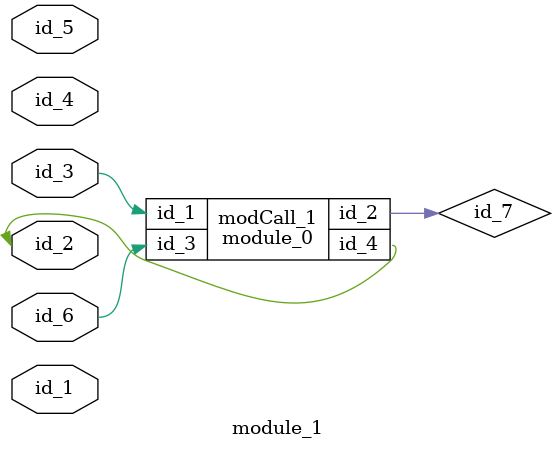
<source format=v>
module module_0 (
    id_1,
    id_2,
    id_3,
    id_4
);
  output wire id_4;
  input wire id_3;
  inout wire id_2;
  input wire id_1;
  wand id_5, id_6 = -1;
  assign id_4 = id_6;
  wire id_7;
endmodule
module module_1 (
    id_1,
    id_2,
    id_3,
    id_4,
    id_5,
    id_6
);
  input wire id_6;
  input wire id_5;
  inout wire id_4;
  inout wire id_3;
  inout wire id_2;
  input wire id_1;
  wire id_7;
  wire id_8;
  module_0 modCall_1 (
      id_3,
      id_7,
      id_6,
      id_2
  );
endmodule

</source>
